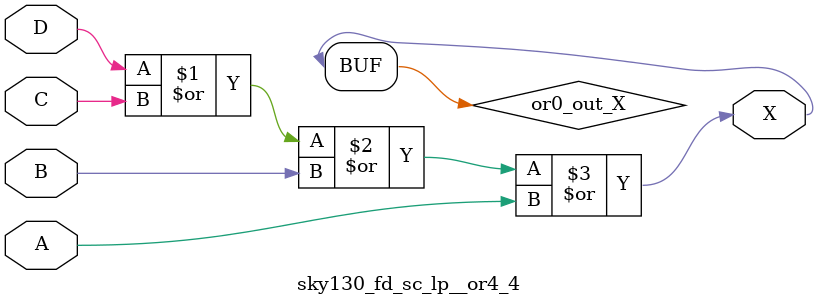
<source format=v>
/*
 * Copyright 2020 The SkyWater PDK Authors
 *
 * Licensed under the Apache License, Version 2.0 (the "License");
 * you may not use this file except in compliance with the License.
 * You may obtain a copy of the License at
 *
 *     https://www.apache.org/licenses/LICENSE-2.0
 *
 * Unless required by applicable law or agreed to in writing, software
 * distributed under the License is distributed on an "AS IS" BASIS,
 * WITHOUT WARRANTIES OR CONDITIONS OF ANY KIND, either express or implied.
 * See the License for the specific language governing permissions and
 * limitations under the License.
 *
 * SPDX-License-Identifier: Apache-2.0
*/


`ifndef SKY130_FD_SC_LP__OR4_4_FUNCTIONAL_V
`define SKY130_FD_SC_LP__OR4_4_FUNCTIONAL_V

/**
 * or4: 4-input OR.
 *
 * Verilog simulation functional model.
 */

`timescale 1ns / 1ps
`default_nettype none

`celldefine
module sky130_fd_sc_lp__or4_4 (
    X,
    A,
    B,
    C,
    D
);

    // Module ports
    output X;
    input  A;
    input  B;
    input  C;
    input  D;

    // Local signals
    wire or0_out_X;

    //  Name  Output     Other arguments
    or  or0  (or0_out_X, D, C, B, A     );
    buf buf0 (X        , or0_out_X      );

endmodule
`endcelldefine

`default_nettype wire
`endif  // SKY130_FD_SC_LP__OR4_4_FUNCTIONAL_V

</source>
